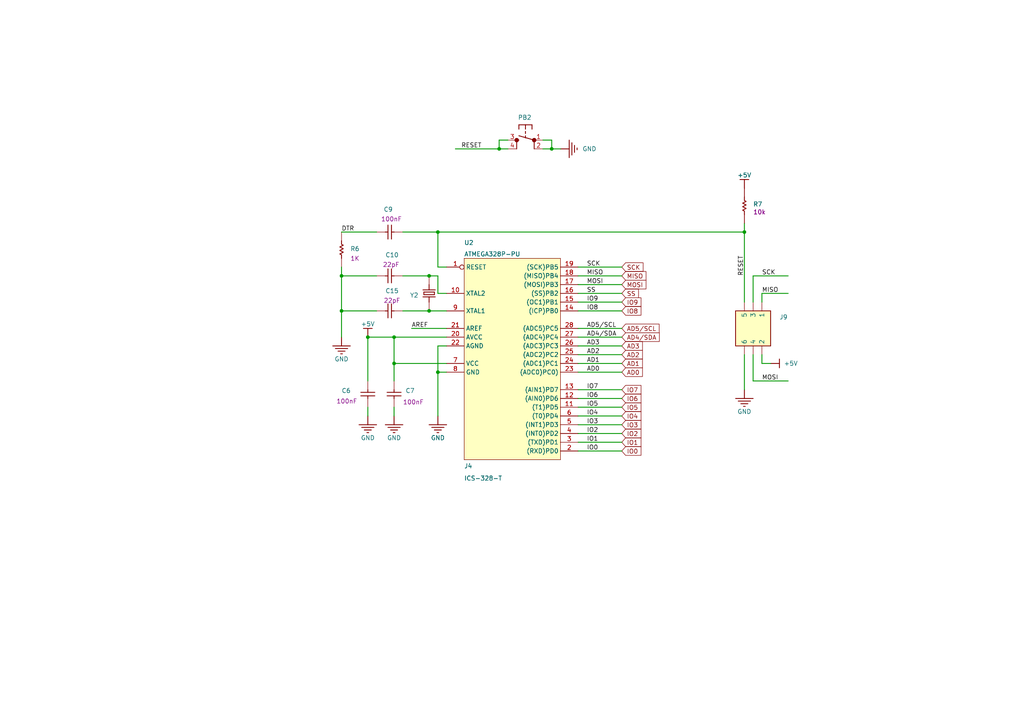
<source format=kicad_sch>
(kicad_sch (version 20250114) (generator "eeschema") (generator_version "9.0")
  (paper "A4")
  (lib_symbols
    (symbol "Arduino_Uno_Kit-altium-import:+5V" (power)
      (property "Reference" "#PWR" (at 0 0 0))
      (property "Value" "+5V" (at 0 3.81 0))
      (symbol "+5V_0_0"
        (polyline (pts (xy -1.27 -2.54) (xy 1.27 -2.54)) (stroke (width 0.254)))
        (polyline (pts (xy 0 0) (xy 0 -2.54)) (stroke (width 0.254)))
        (pin power_in line (at 0 0 0) (length 0) (hide yes) (name "+5V") (number ""))
      )
    )
    (symbol "Arduino_Uno_Kit-altium-import:0_ATMEGA328P-PU-A.6"
      (property "Value" "0_ATMEGA328P-PU-A.6" (at 0 0 0))
      (symbol "0_ATMEGA328P-PU-A.6_1_0"
        (rectangle (start 12.7 27.94) (end -15.24 -30.48) (fill (type background)))
        (pin input inverted (at -20.32 25.4 0) (length 5.08) (name "RESET") (number "1"))
        (pin passive line (at -20.32 17.78 0) (length 5.08) (name "XTAL2") (number "10"))
        (pin passive line (at -20.32 12.7 0) (length 5.08) (name "XTAL1") (number "9"))
        (pin passive line (at -20.32 7.62 0) (length 5.08) (name "AREF") (number "21"))
        (pin power_in line (at -20.32 5.08 0) (length 5.08) (name "AVCC") (number "20"))
        (pin power_in line (at -20.32 2.54 0) (length 5.08) (name "AGND") (number "22"))
        (pin power_in line (at -20.32 -2.54 0) (length 5.08) (name "VCC") (number "7"))
        (pin power_in line (at -20.32 -5.08 0) (length 5.08) (name "GND") (number "8"))
        (pin passive line (at 17.78 25.4 180) (length 5.08) (name "(SCK)PB5") (number "19"))
        (pin passive line (at 17.78 22.86 180) (length 5.08) (name "(MISO)PB4") (number "18"))
        (pin passive line (at 17.78 20.32 180) (length 5.08) (name "(MOSI)PB3") (number "17"))
        (pin passive line (at 17.78 17.78 180) (length 5.08) (name "(SS)PB2") (number "16"))
        (pin passive line (at 17.78 15.24 180) (length 5.08) (name "(OC1)PB1") (number "15"))
        (pin passive line (at 17.78 12.7 180) (length 5.08) (name "(ICP)PB0") (number "14"))
        (pin passive line (at 17.78 7.62 180) (length 5.08) (name "(ADC5)PC5") (number "28"))
        (pin passive line (at 17.78 5.08 180) (length 5.08) (name "(ADC4)PC4") (number "27"))
        (pin passive line (at 17.78 2.54 180) (length 5.08) (name "(ADC3)PC3") (number "26"))
        (pin passive line (at 17.78 0 180) (length 5.08) (name "(ADC2)PC2") (number "25"))
        (pin passive line (at 17.78 -2.54 180) (length 5.08) (name "(ADC1)PC1") (number "24"))
        (pin passive line (at 17.78 -5.08 180) (length 5.08) (name "(ADC0)PC0)") (number "23"))
        (pin passive line (at 17.78 -10.16 180) (length 5.08) (name "(AIN1)PD7") (number "13"))
        (pin passive line (at 17.78 -12.7 180) (length 5.08) (name "(AIN0)PD6") (number "12"))
        (pin passive line (at 17.78 -15.24 180) (length 5.08) (name "(T1)PD5") (number "11"))
        (pin passive line (at 17.78 -17.78 180) (length 5.08) (name "(T0)PD4") (number "6"))
        (pin passive line (at 17.78 -20.32 180) (length 5.08) (name "(INT1)PD3") (number "5"))
        (pin passive line (at 17.78 -22.86 180) (length 5.08) (name "(INT0)PD2") (number "4"))
        (pin passive line (at 17.78 -25.4 180) (length 5.08) (name "(TXD)PD1") (number "3"))
        (pin passive line (at 17.78 -27.94 180) (length 5.08) (name "(RXD)PD0") (number "2"))
      )
    )
    (symbol "Arduino_Uno_Kit-altium-import:0_CMP-003-0010-A.2"
      (property "Value" "0_CMP-003-0010-A.2" (at 0 0 0))
    )
    (symbol "Arduino_Uno_Kit-altium-import:1_Crystal"
      (property "Value" "1_Crystal" (at 0 0 0))
      (symbol "1_Crystal_1_0"
        (polyline (pts (xy -1.524 0.381) (xy 1.524 0.381)) (stroke (width 0.254)))
        (polyline (pts (xy -1.524 -0.381) (xy -1.524 0.381)) (stroke (width 0.254)))
        (polyline (pts (xy 0 2.54) (xy 0 1.016)) (stroke (width 0.254)))
        (polyline (pts (xy 0 -1.016) (xy 0 -2.54)) (stroke (width 0.254)))
        (polyline (pts (xy 1.524 0.381) (xy 1.524 -0.381)) (stroke (width 0.254)))
        (polyline (pts (xy 1.524 -0.381) (xy -1.524 -0.381)) (stroke (width 0.254)))
        (polyline (pts (xy 1.778 1.016) (xy -1.778 1.016)) (stroke (width 0.254)))
        (polyline (pts (xy 1.778 -1.016) (xy -1.778 -1.016)) (stroke (width 0.254)))
        (pin passive line (at 0 5.08 270) (length 2.54) (name "2") (number "2"))
        (pin passive line (at 0 -5.08 90) (length 2.54) (name "1") (number "1"))
      )
    )
    (symbol "Arduino_Uno_Kit-altium-import:1_RES"
      (property "Value" "1_RES" (at 0 0 0))
      (symbol "1_RES_1_0"
        (polyline (pts (xy 0 2.54) (xy 0 1.524) (xy 0.508 1.27) (xy -0.508 0.762) (xy 0.508 0.254) (xy -0.508 -0.254) (xy 0.508 -0.762) (xy -0.508 -1.27) (xy 0 -1.524) (xy 0 -2.54)) (stroke (width 0.254)))
        (pin passive line (at 0 5.08 270) (length 2.54) (name "2") (number "2"))
        (pin passive line (at 0 -5.08 90) (length 2.54) (name "1") (number "1"))
      )
    )
    (symbol "Arduino_Uno_Kit-altium-import:2_CAP"
      (property "Value" "2_CAP" (at 0 0 0))
      (symbol "2_CAP_1_0"
        (polyline (pts (xy -5.08 0) (xy -4.318 0)) (stroke (width 0.254)))
        (polyline (pts (xy -4.318 -2.032) (xy -4.318 2.032)) (stroke (width 0.254)))
        (polyline (pts (xy -3.302 2.032) (xy -3.302 -2.032)) (stroke (width 0.254)))
        (polyline (pts (xy -2.54 0) (xy -3.302 0)) (stroke (width 0.254)))
        (pin passive line (at -7.62 0 0) (length 2.54) (name "2") (number "2"))
        (pin passive line (at 0 0 180) (length 2.54) (name "1") (number "1"))
      )
    )
    (symbol "Arduino_Uno_Kit-altium-import:3_CAP"
      (property "Value" "3_CAP" (at 0 0 0))
      (symbol "3_CAP_1_0"
        (polyline (pts (xy -2.032 -3.302) (xy 2.032 -3.302)) (stroke (width 0.254)))
        (polyline (pts (xy 0 -2.54) (xy 0 -3.302)) (stroke (width 0.254)))
        (polyline (pts (xy 0 -5.08) (xy 0 -4.318)) (stroke (width 0.254)))
        (polyline (pts (xy 2.032 -4.318) (xy -2.032 -4.318)) (stroke (width 0.254)))
        (pin passive line (at 0 0 270) (length 2.54) (name "1") (number "1"))
        (pin passive line (at 0 -7.62 90) (length 2.54) (name "2") (number "2"))
      )
    )
    (symbol "Arduino_Uno_Kit-altium-import:3_PB-TE"
      (property "Value" "3_PB-TE" (at 0 0 0))
      (symbol "3_PB-TE_1_0"
        (circle (center -2.54 0) (radius 0.127) (stroke (width 0.508)))
        (polyline (pts (xy -2.54 0) (xy -2.54 -2.54)) (stroke (width 0.254)))
        (polyline (pts (xy -1.905 4.445) (xy 0 4.445)) (stroke (width 0.254)))
        (polyline (pts (xy -1.905 3.175) (xy -1.905 4.445)) (stroke (width 0.254)))
        (polyline (pts (xy 0 4.445) (xy 1.905 4.445)) (stroke (width 0.254)))
        (polyline (pts (xy 0 3.175) (xy 0 4.445)) (stroke (width 0.254)))
        (polyline (pts (xy 0 1.905) (xy 0 2.54)) (stroke (width 0.254)))
        (polyline (pts (xy 0 0.635) (xy 0 1.27)) (stroke (width 0.254)))
        (polyline (pts (xy 1.905 3.175) (xy 1.905 4.445)) (stroke (width 0.254)))
        (polyline (pts (xy 1.905 1.27) (xy -2.54 0)) (stroke (width 0.254)))
        (polyline (pts (xy 2.54 0) (xy 1.905 0)) (stroke (width 0.254)))
        (polyline (pts (xy 2.54 0) (xy 2.54 -2.54)) (stroke (width 0.254)))
        (circle (center 2.54 0) (radius 0.127) (stroke (width 0.508)))
        (pin passive line (at -5.08 0 0) (length 2.54) (name "1") (number "1"))
        (pin passive line (at -5.08 -2.54 0) (length 2.54) (name "2") (number "2"))
        (pin passive line (at 5.08 0 180) (length 2.54) (name "3") (number "3"))
        (pin passive line (at 5.08 -2.54 180) (length 2.54) (name "4") (number "4"))
      )
    )
    (symbol "Arduino_Uno_Kit-altium-import:3_PH2-06-UA"
      (property "Value" "3_PH2-06-UA" (at 0 0 0))
      (symbol "3_PH2-06-UA_1_0"
        (rectangle (start 2.54 -2.54) (end -7.62 -12.7) (stroke (width 0.254)) (fill (type background)))
        (pin passive line (at -5.08 0 270) (length 2.54) (name "5") (number "5"))
        (pin passive line (at -5.08 -15.24 90) (length 2.54) (name "6") (number "6"))
        (pin passive line (at -2.54 0 270) (length 2.54) (name "3") (number "3"))
        (pin passive line (at -2.54 -15.24 90) (length 2.54) (name "4") (number "4"))
        (pin passive line (at 0 0 270) (length 2.54) (name "1") (number "1"))
        (pin passive line (at 0 -15.24 90) (length 2.54) (name "2") (number "2"))
      )
    )
    (symbol "Arduino_Uno_Kit-altium-import:3_RES"
      (property "Value" "3_RES" (at 0 0 0))
      (symbol "3_RES_1_0"
        (polyline (pts (xy 0 -2.54) (xy 0 -1.524) (xy -0.508 -1.27) (xy 0.508 -0.762) (xy -0.508 -0.254) (xy 0.508 0.254) (xy -0.508 0.762) (xy 0.508 1.27) (xy 0 1.524) (xy 0 2.54)) (stroke (width 0.254)))
        (pin passive line (at 0 5.08 270) (length 2.54) (name "1") (number "1"))
        (pin passive line (at 0 -5.08 90) (length 2.54) (name "2") (number "2"))
      )
    )
    (symbol "Arduino_Uno_Kit-altium-import:GND" (power)
      (property "Reference" "#PWR" (at 0 0 0))
      (property "Value" "GND" (at 0 6.35 0))
      (symbol "GND_0_0"
        (polyline (pts (xy -2.54 -2.54) (xy 2.54 -2.54)) (stroke (width 0.254)))
        (polyline (pts (xy -1.778 -3.302) (xy 1.778 -3.302)) (stroke (width 0.254)))
        (polyline (pts (xy -1.016 -4.064) (xy 1.016 -4.064)) (stroke (width 0.254)))
        (polyline (pts (xy -0.254 -4.826) (xy 0.254 -4.826)) (stroke (width 0.254)))
        (polyline (pts (xy 0 0) (xy 0 -2.54)) (stroke (width 0.254)))
        (pin power_in line (at 0 0 0) (length 0) (hide yes) (name "GND") (number ""))
      )
    )
  )
  (junction (at 106.68 97.79))
  (junction (at 127 107.95))
  (junction (at 124.46 80.01))
  (junction (at 99.06 80.01))
  (junction (at 215.9 67.31))
  (junction (at 114.3 105.41))
  (junction (at 99.06 90.17))
  (junction (at 144.78 43.18))
  (junction (at 114.3 97.79))
  (junction (at 124.46 90.17))
  (junction (at 160.02 43.18))
  (junction (at 127 67.31))
  (wire (pts (xy 180.34 82.55) (xy 167.64 82.55)) (stroke (width 0.254)))
  (wire (pts (xy 106.68 120.65) (xy 106.68 118.11)) (stroke (width 0.254)))
  (wire (pts (xy 127 80.01) (xy 124.46 80.01)) (stroke (width 0.254)))
  (wire (pts (xy 180.34 128.27) (xy 167.64 128.27)) (stroke (width 0.254)))
  (wire (pts (xy 109.22 80.01) (xy 99.06 80.01)) (stroke (width 0.254)))
  (wire (pts (xy 99.06 80.01) (xy 99.06 77.47)) (stroke (width 0.254)))
  (wire (pts (xy 129.54 90.17) (xy 124.46 90.17)) (stroke (width 0.254)))
  (wire (pts (xy 127 77.47) (xy 127 67.31)) (stroke (width 0.254)))
  (wire (pts (xy 180.34 95.25) (xy 167.64 95.25)) (stroke (width 0.254)))
  (wire (pts (xy 160.02 40.64) (xy 160.02 43.18)) (stroke (width 0.254)))
  (wire (pts (xy 127 100.33) (xy 127 107.95)) (stroke (width 0.254)))
  (wire (pts (xy 129.54 97.79) (xy 114.3 97.79)) (stroke (width 0.254)))
  (wire (pts (xy 180.34 80.01) (xy 167.64 80.01)) (stroke (width 0.254)))
  (wire (pts (xy 99.06 67.31) (xy 109.22 67.31)) (stroke (width 0.254)))
  (wire (pts (xy 218.44 80.01) (xy 228.6 80.01)) (stroke (width 0.254)))
  (wire (pts (xy 180.34 100.33) (xy 167.64 100.33)) (stroke (width 0.254)))
  (wire (pts (xy 220.98 85.09) (xy 228.6 85.09)) (stroke (width 0.254)))
  (wire (pts (xy 223.52 105.41) (xy 220.98 105.41)) (stroke (width 0.254)))
  (wire (pts (xy 180.34 90.17) (xy 167.64 90.17)) (stroke (width 0.254)))
  (wire (pts (xy 218.44 87.63) (xy 218.44 80.01)) (stroke (width 0.254)))
  (wire (pts (xy 109.22 90.17) (xy 99.06 90.17)) (stroke (width 0.254)))
  (wire (pts (xy 124.46 80.01) (xy 116.84 80.01)) (stroke (width 0.254)))
  (wire (pts (xy 127 107.95) (xy 129.54 107.95)) (stroke (width 0.254)))
  (wire (pts (xy 180.34 105.41) (xy 167.64 105.41)) (stroke (width 0.254)))
  (wire (pts (xy 144.78 43.18) (xy 147.32 43.18)) (stroke (width 0.254)))
  (wire (pts (xy 144.78 43.18) (xy 132.08 43.18)) (stroke (width 0.254)))
  (wire (pts (xy 127 85.09) (xy 127 80.01)) (stroke (width 0.254)))
  (wire (pts (xy 129.54 95.25) (xy 119.38 95.25)) (stroke (width 0.254)))
  (wire (pts (xy 220.98 87.63) (xy 220.98 85.09)) (stroke (width 0.254)))
  (wire (pts (xy 114.3 105.41) (xy 129.54 105.41)) (stroke (width 0.254)))
  (wire (pts (xy 215.9 67.31) (xy 215.9 64.77)) (stroke (width 0.254)))
  (wire (pts (xy 106.68 97.79) (xy 106.68 110.49)) (stroke (width 0.254)))
  (wire (pts (xy 144.78 43.18) (xy 144.78 40.64)) (stroke (width 0.254)))
  (wire (pts (xy 180.34 125.73) (xy 167.64 125.73)) (stroke (width 0.254)))
  (wire (pts (xy 160.02 43.18) (xy 157.48 43.18)) (stroke (width 0.254)))
  (wire (pts (xy 129.54 100.33) (xy 127 100.33)) (stroke (width 0.254)))
  (wire (pts (xy 180.34 85.09) (xy 167.64 85.09)) (stroke (width 0.254)))
  (wire (pts (xy 215.9 67.31) (xy 215.9 87.63)) (stroke (width 0.254)))
  (wire (pts (xy 127 107.95) (xy 127 120.65)) (stroke (width 0.254)))
  (wire (pts (xy 114.3 105.41) (xy 114.3 97.79)) (stroke (width 0.254)))
  (wire (pts (xy 124.46 90.17) (xy 116.84 90.17)) (stroke (width 0.254)))
  (wire (pts (xy 180.34 102.87) (xy 167.64 102.87)) (stroke (width 0.254)))
  (wire (pts (xy 180.34 87.63) (xy 167.64 87.63)) (stroke (width 0.254)))
  (wire (pts (xy 180.34 107.95) (xy 167.64 107.95)) (stroke (width 0.254)))
  (wire (pts (xy 180.34 120.65) (xy 167.64 120.65)) (stroke (width 0.254)))
  (wire (pts (xy 180.34 113.03) (xy 167.64 113.03)) (stroke (width 0.254)))
  (wire (pts (xy 129.54 77.47) (xy 127 77.47)) (stroke (width 0.254)))
  (wire (pts (xy 180.34 77.47) (xy 167.64 77.47)) (stroke (width 0.254)))
  (wire (pts (xy 144.78 40.64) (xy 147.32 40.64)) (stroke (width 0.254)))
  (wire (pts (xy 220.98 105.41) (xy 220.98 102.87)) (stroke (width 0.254)))
  (wire (pts (xy 180.34 97.79) (xy 167.64 97.79)) (stroke (width 0.254)))
  (wire (pts (xy 127 67.31) (xy 215.9 67.31)) (stroke (width 0.254)))
  (wire (pts (xy 162.56 43.18) (xy 160.02 43.18)) (stroke (width 0.254)))
  (wire (pts (xy 114.3 97.79) (xy 106.68 97.79)) (stroke (width 0.254)))
  (wire (pts (xy 129.54 85.09) (xy 127 85.09)) (stroke (width 0.254)))
  (wire (pts (xy 180.34 130.81) (xy 167.64 130.81)) (stroke (width 0.254)))
  (wire (pts (xy 127 67.31) (xy 116.84 67.31)) (stroke (width 0.254)))
  (wire (pts (xy 99.06 90.17) (xy 99.06 97.79)) (stroke (width 0.254)))
  (wire (pts (xy 180.34 123.19) (xy 167.64 123.19)) (stroke (width 0.254)))
  (wire (pts (xy 157.48 40.64) (xy 160.02 40.64)) (stroke (width 0.254)))
  (wire (pts (xy 215.9 113.03) (xy 215.9 102.87)) (stroke (width 0.254)))
  (wire (pts (xy 180.34 118.11) (xy 167.64 118.11)) (stroke (width 0.254)))
  (wire (pts (xy 114.3 110.49) (xy 114.3 105.41)) (stroke (width 0.254)))
  (wire (pts (xy 218.44 110.49) (xy 228.6 110.49)) (stroke (width 0.254)))
  (wire (pts (xy 114.3 118.11) (xy 114.3 120.65)) (stroke (width 0.254)))
  (wire (pts (xy 180.34 115.57) (xy 167.64 115.57)) (stroke (width 0.254)))
  (wire (pts (xy 218.44 102.87) (xy 218.44 110.49)) (stroke (width 0.254)))
  (wire (pts (xy 99.06 80.01) (xy 99.06 90.17)) (stroke (width 0.254)))
  (label "DTR" (at 99.06 67.31 0))
  (label "MOSI" (at 220.98 110.49 0))
  (label "IO2" (at 170.18 125.73 0))
  (label "IO4" (at 170.18 120.65 0))
  (label "IO0" (at 170.18 130.81 0))
  (label "RESET" (at 215.9 80.01 90))
  (label "MISO" (at 170.18 80.01 0))
  (label "IO7" (at 170.18 113.03 0))
  (label "IO5" (at 170.18 118.11 0))
  (label "AD3" (at 170.18 100.33 0))
  (label "IO3" (at 170.18 123.19 0))
  (label "IO8" (at 170.18 90.17 0))
  (label "AD5/SCL" (at 170.18 95.25 0))
  (label "MISO" (at 220.98 85.09 0))
  (label "IO1" (at 170.18 128.27 0))
  (label "SCK" (at 170.18 77.47 0))
  (label "AD1" (at 170.18 105.41 0))
  (label "SS" (at 170.18 85.09 0))
  (label "IO9" (at 170.18 87.63 0))
  (label "AD4/SDA" (at 170.18 97.79 0))
  (label "SCK" (at 220.98 80.01 0))
  (label "MOSI" (at 170.18 82.55 0))
  (label "AD0" (at 170.18 107.95 0))
  (label "RESET" (at 139.7 43.18 180))
  (label "AD2" (at 170.18 102.87 0))
  (label "AREF" (at 119.38 95.25 0))
  (label "IO6" (at 170.18 115.57 0))
  (global_label "IO7" (shape input) (at 180.34 113.03 0) (property "Intersheetrefs" "${INTERSHEET_REFS}" (effects (hide yes))))
  (global_label "AD1" (shape input) (at 180.34 105.41 0) (property "Intersheetrefs" "${INTERSHEET_REFS}" (effects (hide yes))))
  (global_label "SCK" (shape input) (at 180.34 77.47 0) (property "Intersheetrefs" "${INTERSHEET_REFS}" (effects (hide yes))))
  (global_label "AD0" (shape input) (at 180.34 107.95 0) (property "Intersheetrefs" "${INTERSHEET_REFS}" (effects (hide yes))))
  (global_label "SS" (shape input) (at 180.34 85.09 0) (property "Intersheetrefs" "${INTERSHEET_REFS}" (effects (hide yes))))
  (global_label "IO4" (shape input) (at 180.34 120.65 0) (property "Intersheetrefs" "${INTERSHEET_REFS}" (effects (hide yes))))
  (global_label "AD3" (shape input) (at 180.34 100.33 0) (property "Intersheetrefs" "${INTERSHEET_REFS}" (effects (hide yes))))
  (global_label "IO0" (shape input) (at 180.34 130.81 0) (property "Intersheetrefs" "${INTERSHEET_REFS}" (effects (hide yes))))
  (global_label "IO2" (shape input) (at 180.34 125.73 0) (property "Intersheetrefs" "${INTERSHEET_REFS}" (effects (hide yes))))
  (global_label "AD2" (shape input) (at 180.34 102.87 0) (property "Intersheetrefs" "${INTERSHEET_REFS}" (effects (hide yes))))
  (global_label "IO9" (shape input) (at 180.34 87.63 0) (property "Intersheetrefs" "${INTERSHEET_REFS}" (effects (hide yes))))
  (global_label "IO6" (shape input) (at 180.34 115.57 0) (property "Intersheetrefs" "${INTERSHEET_REFS}" (effects (hide yes))))
  (global_label "IO3" (shape input) (at 180.34 123.19 0) (property "Intersheetrefs" "${INTERSHEET_REFS}" (effects (hide yes))))
  (global_label "MISO" (shape input) (at 180.34 80.01 0) (property "Intersheetrefs" "${INTERSHEET_REFS}" (effects (hide yes))))
  (global_label "AD4{slash}SDA" (shape input) (at 180.34 97.79 0) (property "Intersheetrefs" "${INTERSHEET_REFS}" (effects (hide yes))))
  (global_label "IO1" (shape input) (at 180.34 128.27 0) (property "Intersheetrefs" "${INTERSHEET_REFS}" (effects (hide yes))))
  (global_label "IO8" (shape input) (at 180.34 90.17 0) (property "Intersheetrefs" "${INTERSHEET_REFS}" (effects (hide yes))))
  (global_label "AD5{slash}SCL" (shape input) (at 180.34 95.25 0) (property "Intersheetrefs" "${INTERSHEET_REFS}" (effects (hide yes))))
  (global_label "MOSI" (shape input) (at 180.34 82.55 0) (property "Intersheetrefs" "${INTERSHEET_REFS}" (effects (hide yes))))
  (global_label "IO5" (shape input) (at 180.34 118.11 0) (property "Intersheetrefs" "${INTERSHEET_REFS}" (effects (hide yes))))
  (symbol (lib_id "Arduino_Uno_Kit-altium-import:3_PH2-06-UA") (at 220.98 87.63 0) (unit 1)
    (property "Reference" "J9" (at 226.06 92.71 0) (effects (justify left bottom)))
    (property "Value" "PH2-06-UA" (effects (hide yes)))
    (property "Footprint" "2X03" (effects (hide yes)))
    (property "MANUFACTURER" "Adam Tech" (effects (hide yes)))
    (property "PART NUMBER" "PH2-06-UA" (effects (hide yes)))
    (property "CODE ARDUINO" "0114" (effects (hide yes)))
  )
  (symbol (lib_id "Arduino_Uno_Kit-altium-import:1_RES") (at 215.9 59.69 0) (unit 1)
    (property "Reference" "R7" (at 218.44 59.944 0) (effects (justify left bottom)))
    (property "Value" "0-1623930-3" (effects (hide yes)))
    (property "Footprint" "A5213" (effects (hide yes)))
    (property "TOLERANCE" "5%" (effects (hide yes)))
    (property "CODE ARDUINO" "A5213" (effects (hide yes)))
    (property "ALTIUM_VALUE" "10k" (at 218.44 62.23 0) (effects (justify left bottom)))
    (property "POWER" "250mW" (effects (hide yes)))
    (property "MANUFACTURER" "TE connectivity" (effects (hide yes)))
    (property "PART NUMBER" "0-1623930-3" (effects (hide yes)))
  )
  (symbol (lib_id "Arduino_Uno_Kit-altium-import:0_CMP-003-0010-A.2") (at 134.62 133.35 0) (unit 1)
    (property "Reference" "J4" (at 134.62 135.89 0) (effects (justify left bottom)))
    (property "Value" "ICS-328-T" (at 134.62 139.446 0) (effects (justify left bottom)))
    (property "Footprint" "ICS-328-T-Footprint-1" (effects (hide yes)))
    (property "CODE ARDUINO" "0064" (effects (hide yes)))
    (property "PIN COUNT" "0" (effects (hide yes)))
    (property "PITCH" "2.54mm" (effects (hide yes)))
    (property "LEAD FREE" "Lead Free" (effects (hide yes)))
    (property "MANUFACTURER" "Adam Tech" (effects (hide yes)))
    (property "PART NUMBER" "ICS-328-T" (effects (hide yes)))
    (property "MOUNT" "Through Hole" (effects (hide yes)))
    (property "CONTACT PLATING" "Copper,Tin" (effects (hide yes)))
  )
  (symbol (lib_id "Arduino_Uno_Kit-altium-import:3_RES") (at 99.06 72.39 0) (unit 1)
    (property "Reference" "R6" (at 101.6 72.898 0) (effects (justify left bottom)))
    (property "Value" "2-1623930-9" (effects (hide yes)))
    (property "Footprint" "A5215" (effects (hide yes)))
    (property "TOLERANCE" "5%" (effects (hide yes)))
    (property "CODE ARDUINO" "A5215" (effects (hide yes)))
    (property "ALTIUM_VALUE" "1K" (at 101.6 75.692 0) (effects (justify left bottom)))
    (property "POWER" "250mW" (effects (hide yes)))
    (property "MANUFACTURER" "TE connectivity" (effects (hide yes)))
    (property "PART NUMBER" "2-1623930-9" (effects (hide yes)))
  )
  (symbol (lib_id "Arduino_Uno_Kit-altium-import:GND") (at 99.06 97.79 0) (unit 1)
    (property "Reference" "#PWR013" (effects (hide yes)))
    (property "Value" "GND" (at 99.06 104.14 0))
  )
  (symbol (lib_id "Arduino_Uno_Kit-altium-import:GND") (at 114.3 120.65 0) (unit 1)
    (property "Reference" "#PWR016" (effects (hide yes)))
    (property "Value" "GND" (at 114.3 127 0))
  )
  (symbol (lib_id "Arduino_Uno_Kit-altium-import:2_CAP") (at 116.84 80.01 0) (unit 1)
    (property "Reference" "C10" (at 111.76 74.676 0) (effects (justify left bottom)))
    (property "Value" "TS170R1H220JSANB0R" (effects (hide yes)))
    (property "Footprint" "TS170R1H220JSANB0R" (effects (hide yes)))
    (property "CODE ARDUINO" "C0124" (effects (hide yes)))
    (property "ALTIUM_VALUE" "22pF" (at 110.998 77.47 0) (effects (justify left bottom)))
    (property "PART NUMBER" "TS170R1H220JSANB0R" (effects (hide yes)))
    (property "PACKAGE" "P : 5.08 Ammo" (effects (hide yes)))
    (property "MANUFACTURER" "Suntan" (effects (hide yes)))
    (property "VOLTAGE" "50V" (effects (hide yes)))
    (property "TOLERANCE" "5%" (effects (hide yes)))
  )
  (symbol (lib_id "Arduino_Uno_Kit-altium-import:+5V") (at 223.52 105.41 90) (unit 1)
    (property "Reference" "#PWR020" (effects (hide yes)))
    (property "Value" "+5V" (at 227.33 105.41 90) (effects (justify right)))
  )
  (symbol (lib_id "Arduino_Uno_Kit-altium-import:2_CAP") (at 116.84 90.17 0) (unit 1)
    (property "Reference" "C15" (at 111.76 85.09 0) (effects (justify left bottom)))
    (property "Value" "TS170R1H220JSANB0R" (effects (hide yes)))
    (property "Footprint" "TS170R1H220JSANB0R" (effects (hide yes)))
    (property "CODE ARDUINO" "C0124" (effects (hide yes)))
    (property "ALTIUM_VALUE" "22pF" (at 111.252 87.884 0) (effects (justify left bottom)))
    (property "PART NUMBER" "TS170R1H220JSANB0R" (effects (hide yes)))
    (property "PACKAGE" "P : 5.08 Ammo" (effects (hide yes)))
    (property "MANUFACTURER" "Suntan" (effects (hide yes)))
    (property "VOLTAGE" "50V" (effects (hide yes)))
    (property "TOLERANCE" "5%" (effects (hide yes)))
  )
  (symbol (lib_id "Arduino_Uno_Kit-altium-import:GND") (at 106.68 120.65 0) (unit 1)
    (property "Reference" "#PWR015" (effects (hide yes)))
    (property "Value" "GND" (at 106.68 127 0))
  )
  (symbol (lib_id "Arduino_Uno_Kit-altium-import:2_CAP") (at 116.84 67.31 0) (unit 1)
    (property "Reference" "C9" (at 111.252 61.468 0) (effects (justify left bottom)))
    (property "Value" "B32529C0104J289" (effects (hide yes)))
    (property "Footprint" "B32529C0104J289" (effects (hide yes)))
    (property "CODE ARDUINO" "0080" (effects (hide yes)))
    (property "ALTIUM_VALUE" "100nF" (at 110.49 64.262 0) (effects (justify left bottom)))
    (property "PART NUMBER" "B32529C0104J289" (effects (hide yes)))
    (property "MANUFACTURER" "EPCOS" (effects (hide yes)))
    (property "VOLTAGE" "63V" (effects (hide yes)))
    (property "TOLERANCE" "5%" (effects (hide yes)))
  )
  (symbol (lib_id "Arduino_Uno_Kit-altium-import:0_ATMEGA328P-PU-A.6") (at 149.86 102.87 0) (unit 1)
    (property "Reference" "U2" (at 134.62 71.12 0) (effects (justify left bottom)))
    (property "Value" "ATMEGA328P-PU" (at 134.62 74.422 0) (effects (justify left bottom)))
    (property "Footprint" "DIL28-3" (effects (hide yes)))
    (property "PIN COUNT" "28" (effects (hide yes)))
    (property "MANUFACTURER" "Microchip" (effects (hide yes)))
    (property "DEVICE TYPE" "MCU" (effects (hide yes)))
    (property "CODE ARDUINO" "ATMEGA328P-PU" (effects (hide yes)))
    (property "PART NUMBER" "ATMEGA328P-PU" (effects (hide yes)))
  )
  (symbol (lib_id "Arduino_Uno_Kit-altium-import:+5V") (at 106.68 97.79 180) (unit 1)
    (property "Reference" "#PWR014" (effects (hide yes)))
    (property "Value" "+5V" (at 106.68 93.98 0))
  )
  (symbol (lib_id "Arduino_Uno_Kit-altium-import:GND") (at 162.56 43.18 90) (mirror x) (unit 1)
    (property "Reference" "#PWR023" (effects (hide yes)))
    (property "Value" "GND" (at 168.91 43.18 90) (effects (justify right)))
  )
  (symbol (lib_id "Arduino_Uno_Kit-altium-import:3_PB-TE") (at 152.4 40.64 0) (mirror y) (unit 1)
    (property "Reference" "PB2" (at 154.178 34.798 0) (effects (justify left bottom)))
    (property "Value" "TS21043-160B-5227260" (effects (hide yes)))
    (property "Footprint" "SW6X6" (effects (hide yes)))
    (property "PART NUMBER" "TS21043-160B-5227260" (effects (hide yes)))
    (property "CODE ARDUINO" "0089" (effects (hide yes)))
  )
  (symbol (lib_id "Arduino_Uno_Kit-altium-import:1_Crystal") (at 124.46 85.09 0) (unit 1)
    (property "Reference" "Y2" (at 118.872 86.36 0) (effects (justify left bottom)))
    (property "Value" "ECS-160-20-4X-DU" (effects (hide yes)))
    (property "Footprint" "ECS-160-20-4X-DU-Footprint-1" (effects (hide yes)))
    (property "PART NUMBER" "ECS-160-20-4X-DU" (effects (hide yes)))
    (property "CODE ARDUINO" "0019" (effects (hide yes)))
    (property "MANUFACTURER" "ECS" (effects (hide yes)))
  )
  (symbol (lib_id "Arduino_Uno_Kit-altium-import:+5V") (at 215.9 54.61 180) (unit 1)
    (property "Reference" "#PWR018" (effects (hide yes)))
    (property "Value" "+5V" (at 215.9 50.8 0))
  )
  (symbol (lib_id "Arduino_Uno_Kit-altium-import:GND") (at 127 120.65 0) (unit 1)
    (property "Reference" "#PWR017" (effects (hide yes)))
    (property "Value" "GND" (at 127 127 0))
  )
  (symbol (lib_id "Arduino_Uno_Kit-altium-import:3_CAP") (at 114.3 110.49 0) (unit 1)
    (property "Reference" "C7" (at 117.602 114.046 0) (effects (justify left bottom)))
    (property "Value" "B32529C0104J289" (effects (hide yes)))
    (property "Footprint" "B32529C0104J289" (effects (hide yes)))
    (property "CODE ARDUINO" "0080" (effects (hide yes)))
    (property "ALTIUM_VALUE" "100nF" (at 116.84 117.348 0) (effects (justify left bottom)))
    (property "PART NUMBER" "B32529C0104J289" (effects (hide yes)))
    (property "MANUFACTURER" "EPCOS" (effects (hide yes)))
    (property "VOLTAGE" "63V" (effects (hide yes)))
    (property "TOLERANCE" "5%" (effects (hide yes)))
  )
  (symbol (lib_id "Arduino_Uno_Kit-altium-import:3_CAP") (at 106.68 110.49 0) (unit 1)
    (property "Reference" "C6" (at 99.06 114.046 0) (effects (justify left bottom)))
    (property "Value" "B32529C0104J289" (effects (hide yes)))
    (property "Footprint" "B32529C0104J289" (effects (hide yes)))
    (property "CODE ARDUINO" "0080" (effects (hide yes)))
    (property "ALTIUM_VALUE" "100nF" (at 97.536 117.094 0) (effects (justify left bottom)))
    (property "PART NUMBER" "B32529C0104J289" (effects (hide yes)))
    (property "MANUFACTURER" "EPCOS" (effects (hide yes)))
    (property "VOLTAGE" "63V" (effects (hide yes)))
    (property "TOLERANCE" "5%" (effects (hide yes)))
  )
  (symbol (lib_id "Arduino_Uno_Kit-altium-import:GND") (at 215.9 113.03 0) (unit 1)
    (property "Reference" "#PWR019" (effects (hide yes)))
    (property "Value" "GND" (at 215.9 119.38 0))
  )
)
</source>
